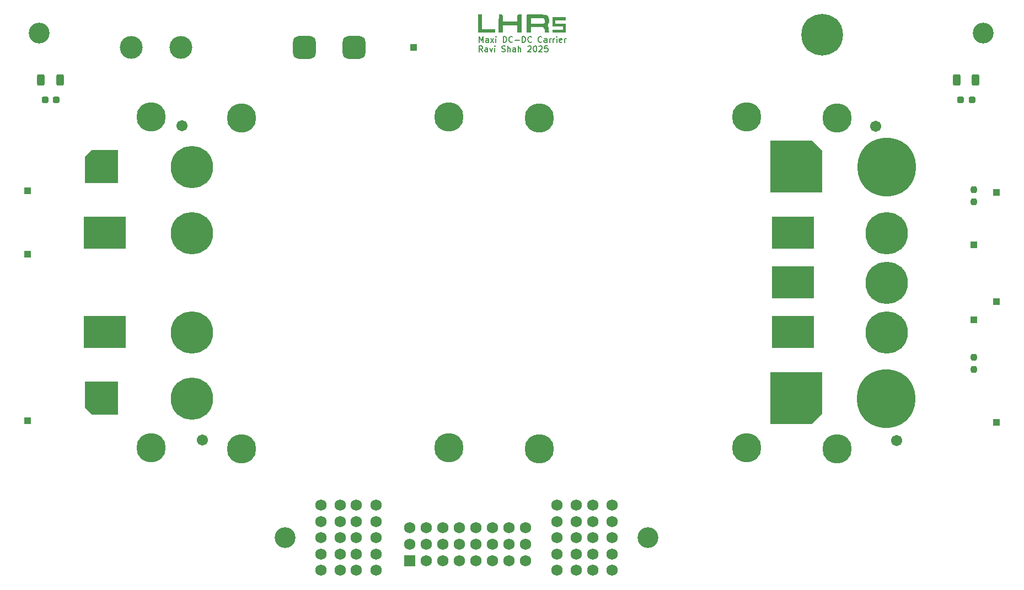
<source format=gbr>
%TF.GenerationSoftware,KiCad,Pcbnew,9.0.1*%
%TF.CreationDate,2025-10-25T17:54:32-05:00*%
%TF.ProjectId,MaxiCarrier,4d617869-4361-4727-9269-65722e6b6963,rev?*%
%TF.SameCoordinates,Original*%
%TF.FileFunction,Soldermask,Top*%
%TF.FilePolarity,Negative*%
%FSLAX46Y46*%
G04 Gerber Fmt 4.6, Leading zero omitted, Abs format (unit mm)*
G04 Created by KiCad (PCBNEW 9.0.1) date 2025-10-25 17:54:32*
%MOMM*%
%LPD*%
G01*
G04 APERTURE LIST*
G04 Aperture macros list*
%AMRoundRect*
0 Rectangle with rounded corners*
0 $1 Rounding radius*
0 $2 $3 $4 $5 $6 $7 $8 $9 X,Y pos of 4 corners*
0 Add a 4 corners polygon primitive as box body*
4,1,4,$2,$3,$4,$5,$6,$7,$8,$9,$2,$3,0*
0 Add four circle primitives for the rounded corners*
1,1,$1+$1,$2,$3*
1,1,$1+$1,$4,$5*
1,1,$1+$1,$6,$7*
1,1,$1+$1,$8,$9*
0 Add four rect primitives between the rounded corners*
20,1,$1+$1,$2,$3,$4,$5,0*
20,1,$1+$1,$4,$5,$6,$7,0*
20,1,$1+$1,$6,$7,$8,$9,0*
20,1,$1+$1,$8,$9,$2,$3,0*%
%AMOutline5P*
0 Free polygon, 5 corners , with rotation*
0 The origin of the aperture is its center*
0 number of corners: always 5*
0 $1 to $10 corner X, Y*
0 $11 Rotation angle, in degrees counterclockwise*
0 create outline with 5 corners*
4,1,5,$1,$2,$3,$4,$5,$6,$7,$8,$9,$10,$1,$2,$11*%
%AMOutline6P*
0 Free polygon, 6 corners , with rotation*
0 The origin of the aperture is its center*
0 number of corners: always 6*
0 $1 to $12 corner X, Y*
0 $13 Rotation angle, in degrees counterclockwise*
0 create outline with 6 corners*
4,1,6,$1,$2,$3,$4,$5,$6,$7,$8,$9,$10,$11,$12,$1,$2,$13*%
%AMOutline7P*
0 Free polygon, 7 corners , with rotation*
0 The origin of the aperture is its center*
0 number of corners: always 7*
0 $1 to $14 corner X, Y*
0 $15 Rotation angle, in degrees counterclockwise*
0 create outline with 7 corners*
4,1,7,$1,$2,$3,$4,$5,$6,$7,$8,$9,$10,$11,$12,$13,$14,$1,$2,$15*%
%AMOutline8P*
0 Free polygon, 8 corners , with rotation*
0 The origin of the aperture is its center*
0 number of corners: always 8*
0 $1 to $16 corner X, Y*
0 $17 Rotation angle, in degrees counterclockwise*
0 create outline with 8 corners*
4,1,8,$1,$2,$3,$4,$5,$6,$7,$8,$9,$10,$11,$12,$13,$14,$15,$16,$1,$2,$17*%
G04 Aperture macros list end*
%ADD10C,0.180000*%
%ADD11C,0.000000*%
%ADD12R,1.000000X1.000000*%
%ADD13C,3.200000*%
%ADD14RoundRect,0.237500X-0.287500X-0.237500X0.287500X-0.237500X0.287500X0.237500X-0.287500X0.237500X0*%
%ADD15RoundRect,0.250000X0.312500X0.625000X-0.312500X0.625000X-0.312500X-0.625000X0.312500X-0.625000X0*%
%ADD16C,3.600000*%
%ADD17C,6.400000*%
%ADD18C,1.710000*%
%ADD19C,6.500000*%
%ADD20Outline5P,-2.500000X1.500000X-1.500000X2.500000X2.500000X2.500000X2.500000X-2.500000X-2.500000X-2.500000X0.000000*%
%ADD21R,6.500000X5.000000*%
%ADD22Outline5P,-2.500000X1.500000X-1.500000X2.500000X2.500000X2.500000X2.500000X-2.500000X-2.500000X-2.500000X90.000000*%
%ADD23C,9.000000*%
%ADD24Outline5P,-4.000000X2.400000X-2.400000X4.000000X4.000000X4.000000X4.000000X-4.000000X-4.000000X-4.000000X180.000000*%
%ADD25Outline5P,-4.000000X2.400000X-2.400000X4.000000X4.000000X4.000000X4.000000X-4.000000X-4.000000X-4.000000X270.000000*%
%ADD26C,4.500000*%
%ADD27RoundRect,0.237500X-0.237500X0.250000X-0.237500X-0.250000X0.237500X-0.250000X0.237500X0.250000X0*%
%ADD28RoundRect,0.250000X-0.312500X-0.625000X0.312500X-0.625000X0.312500X0.625000X-0.312500X0.625000X0*%
%ADD29RoundRect,0.875000X0.875000X0.875000X-0.875000X0.875000X-0.875000X-0.875000X0.875000X-0.875000X0*%
%ADD30C,3.500000*%
%ADD31RoundRect,0.237500X0.237500X-0.250000X0.237500X0.250000X-0.237500X0.250000X-0.237500X-0.250000X0*%
%ADD32RoundRect,0.102000X-0.765000X-0.765000X0.765000X-0.765000X0.765000X0.765000X-0.765000X0.765000X0*%
%ADD33C,1.734000*%
G04 APERTURE END LIST*
D10*
X98832706Y-32431547D02*
X98832706Y-31531547D01*
X98832706Y-31531547D02*
X99132706Y-32174404D01*
X99132706Y-32174404D02*
X99432706Y-31531547D01*
X99432706Y-31531547D02*
X99432706Y-32431547D01*
X100246992Y-32431547D02*
X100246992Y-31960118D01*
X100246992Y-31960118D02*
X100204134Y-31874404D01*
X100204134Y-31874404D02*
X100118420Y-31831547D01*
X100118420Y-31831547D02*
X99946992Y-31831547D01*
X99946992Y-31831547D02*
X99861277Y-31874404D01*
X100246992Y-32388690D02*
X100161277Y-32431547D01*
X100161277Y-32431547D02*
X99946992Y-32431547D01*
X99946992Y-32431547D02*
X99861277Y-32388690D01*
X99861277Y-32388690D02*
X99818420Y-32302975D01*
X99818420Y-32302975D02*
X99818420Y-32217261D01*
X99818420Y-32217261D02*
X99861277Y-32131547D01*
X99861277Y-32131547D02*
X99946992Y-32088690D01*
X99946992Y-32088690D02*
X100161277Y-32088690D01*
X100161277Y-32088690D02*
X100246992Y-32045832D01*
X100589849Y-32431547D02*
X101061278Y-31831547D01*
X100589849Y-31831547D02*
X101061278Y-32431547D01*
X101404134Y-32431547D02*
X101404134Y-31831547D01*
X101404134Y-31531547D02*
X101361277Y-31574404D01*
X101361277Y-31574404D02*
X101404134Y-31617261D01*
X101404134Y-31617261D02*
X101446991Y-31574404D01*
X101446991Y-31574404D02*
X101404134Y-31531547D01*
X101404134Y-31531547D02*
X101404134Y-31617261D01*
X102518419Y-32431547D02*
X102518419Y-31531547D01*
X102518419Y-31531547D02*
X102732705Y-31531547D01*
X102732705Y-31531547D02*
X102861276Y-31574404D01*
X102861276Y-31574404D02*
X102946991Y-31660118D01*
X102946991Y-31660118D02*
X102989848Y-31745832D01*
X102989848Y-31745832D02*
X103032705Y-31917261D01*
X103032705Y-31917261D02*
X103032705Y-32045832D01*
X103032705Y-32045832D02*
X102989848Y-32217261D01*
X102989848Y-32217261D02*
X102946991Y-32302975D01*
X102946991Y-32302975D02*
X102861276Y-32388690D01*
X102861276Y-32388690D02*
X102732705Y-32431547D01*
X102732705Y-32431547D02*
X102518419Y-32431547D01*
X103932705Y-32345832D02*
X103889848Y-32388690D01*
X103889848Y-32388690D02*
X103761276Y-32431547D01*
X103761276Y-32431547D02*
X103675562Y-32431547D01*
X103675562Y-32431547D02*
X103546991Y-32388690D01*
X103546991Y-32388690D02*
X103461276Y-32302975D01*
X103461276Y-32302975D02*
X103418419Y-32217261D01*
X103418419Y-32217261D02*
X103375562Y-32045832D01*
X103375562Y-32045832D02*
X103375562Y-31917261D01*
X103375562Y-31917261D02*
X103418419Y-31745832D01*
X103418419Y-31745832D02*
X103461276Y-31660118D01*
X103461276Y-31660118D02*
X103546991Y-31574404D01*
X103546991Y-31574404D02*
X103675562Y-31531547D01*
X103675562Y-31531547D02*
X103761276Y-31531547D01*
X103761276Y-31531547D02*
X103889848Y-31574404D01*
X103889848Y-31574404D02*
X103932705Y-31617261D01*
X104318419Y-32088690D02*
X105004134Y-32088690D01*
X105432705Y-32431547D02*
X105432705Y-31531547D01*
X105432705Y-31531547D02*
X105646991Y-31531547D01*
X105646991Y-31531547D02*
X105775562Y-31574404D01*
X105775562Y-31574404D02*
X105861277Y-31660118D01*
X105861277Y-31660118D02*
X105904134Y-31745832D01*
X105904134Y-31745832D02*
X105946991Y-31917261D01*
X105946991Y-31917261D02*
X105946991Y-32045832D01*
X105946991Y-32045832D02*
X105904134Y-32217261D01*
X105904134Y-32217261D02*
X105861277Y-32302975D01*
X105861277Y-32302975D02*
X105775562Y-32388690D01*
X105775562Y-32388690D02*
X105646991Y-32431547D01*
X105646991Y-32431547D02*
X105432705Y-32431547D01*
X106846991Y-32345832D02*
X106804134Y-32388690D01*
X106804134Y-32388690D02*
X106675562Y-32431547D01*
X106675562Y-32431547D02*
X106589848Y-32431547D01*
X106589848Y-32431547D02*
X106461277Y-32388690D01*
X106461277Y-32388690D02*
X106375562Y-32302975D01*
X106375562Y-32302975D02*
X106332705Y-32217261D01*
X106332705Y-32217261D02*
X106289848Y-32045832D01*
X106289848Y-32045832D02*
X106289848Y-31917261D01*
X106289848Y-31917261D02*
X106332705Y-31745832D01*
X106332705Y-31745832D02*
X106375562Y-31660118D01*
X106375562Y-31660118D02*
X106461277Y-31574404D01*
X106461277Y-31574404D02*
X106589848Y-31531547D01*
X106589848Y-31531547D02*
X106675562Y-31531547D01*
X106675562Y-31531547D02*
X106804134Y-31574404D01*
X106804134Y-31574404D02*
X106846991Y-31617261D01*
X108432705Y-32345832D02*
X108389848Y-32388690D01*
X108389848Y-32388690D02*
X108261276Y-32431547D01*
X108261276Y-32431547D02*
X108175562Y-32431547D01*
X108175562Y-32431547D02*
X108046991Y-32388690D01*
X108046991Y-32388690D02*
X107961276Y-32302975D01*
X107961276Y-32302975D02*
X107918419Y-32217261D01*
X107918419Y-32217261D02*
X107875562Y-32045832D01*
X107875562Y-32045832D02*
X107875562Y-31917261D01*
X107875562Y-31917261D02*
X107918419Y-31745832D01*
X107918419Y-31745832D02*
X107961276Y-31660118D01*
X107961276Y-31660118D02*
X108046991Y-31574404D01*
X108046991Y-31574404D02*
X108175562Y-31531547D01*
X108175562Y-31531547D02*
X108261276Y-31531547D01*
X108261276Y-31531547D02*
X108389848Y-31574404D01*
X108389848Y-31574404D02*
X108432705Y-31617261D01*
X109204134Y-32431547D02*
X109204134Y-31960118D01*
X109204134Y-31960118D02*
X109161276Y-31874404D01*
X109161276Y-31874404D02*
X109075562Y-31831547D01*
X109075562Y-31831547D02*
X108904134Y-31831547D01*
X108904134Y-31831547D02*
X108818419Y-31874404D01*
X109204134Y-32388690D02*
X109118419Y-32431547D01*
X109118419Y-32431547D02*
X108904134Y-32431547D01*
X108904134Y-32431547D02*
X108818419Y-32388690D01*
X108818419Y-32388690D02*
X108775562Y-32302975D01*
X108775562Y-32302975D02*
X108775562Y-32217261D01*
X108775562Y-32217261D02*
X108818419Y-32131547D01*
X108818419Y-32131547D02*
X108904134Y-32088690D01*
X108904134Y-32088690D02*
X109118419Y-32088690D01*
X109118419Y-32088690D02*
X109204134Y-32045832D01*
X109632705Y-32431547D02*
X109632705Y-31831547D01*
X109632705Y-32002975D02*
X109675562Y-31917261D01*
X109675562Y-31917261D02*
X109718420Y-31874404D01*
X109718420Y-31874404D02*
X109804134Y-31831547D01*
X109804134Y-31831547D02*
X109889848Y-31831547D01*
X110189848Y-32431547D02*
X110189848Y-31831547D01*
X110189848Y-32002975D02*
X110232705Y-31917261D01*
X110232705Y-31917261D02*
X110275563Y-31874404D01*
X110275563Y-31874404D02*
X110361277Y-31831547D01*
X110361277Y-31831547D02*
X110446991Y-31831547D01*
X110746991Y-32431547D02*
X110746991Y-31831547D01*
X110746991Y-31531547D02*
X110704134Y-31574404D01*
X110704134Y-31574404D02*
X110746991Y-31617261D01*
X110746991Y-31617261D02*
X110789848Y-31574404D01*
X110789848Y-31574404D02*
X110746991Y-31531547D01*
X110746991Y-31531547D02*
X110746991Y-31617261D01*
X111518419Y-32388690D02*
X111432705Y-32431547D01*
X111432705Y-32431547D02*
X111261277Y-32431547D01*
X111261277Y-32431547D02*
X111175562Y-32388690D01*
X111175562Y-32388690D02*
X111132705Y-32302975D01*
X111132705Y-32302975D02*
X111132705Y-31960118D01*
X111132705Y-31960118D02*
X111175562Y-31874404D01*
X111175562Y-31874404D02*
X111261277Y-31831547D01*
X111261277Y-31831547D02*
X111432705Y-31831547D01*
X111432705Y-31831547D02*
X111518419Y-31874404D01*
X111518419Y-31874404D02*
X111561277Y-31960118D01*
X111561277Y-31960118D02*
X111561277Y-32045832D01*
X111561277Y-32045832D02*
X111132705Y-32131547D01*
X111946991Y-32431547D02*
X111946991Y-31831547D01*
X111946991Y-32002975D02*
X111989848Y-31917261D01*
X111989848Y-31917261D02*
X112032706Y-31874404D01*
X112032706Y-31874404D02*
X112118420Y-31831547D01*
X112118420Y-31831547D02*
X112204134Y-31831547D01*
X99346992Y-33880497D02*
X99046992Y-33451925D01*
X98832706Y-33880497D02*
X98832706Y-32980497D01*
X98832706Y-32980497D02*
X99175563Y-32980497D01*
X99175563Y-32980497D02*
X99261278Y-33023354D01*
X99261278Y-33023354D02*
X99304135Y-33066211D01*
X99304135Y-33066211D02*
X99346992Y-33151925D01*
X99346992Y-33151925D02*
X99346992Y-33280497D01*
X99346992Y-33280497D02*
X99304135Y-33366211D01*
X99304135Y-33366211D02*
X99261278Y-33409068D01*
X99261278Y-33409068D02*
X99175563Y-33451925D01*
X99175563Y-33451925D02*
X98832706Y-33451925D01*
X100118421Y-33880497D02*
X100118421Y-33409068D01*
X100118421Y-33409068D02*
X100075563Y-33323354D01*
X100075563Y-33323354D02*
X99989849Y-33280497D01*
X99989849Y-33280497D02*
X99818421Y-33280497D01*
X99818421Y-33280497D02*
X99732706Y-33323354D01*
X100118421Y-33837640D02*
X100032706Y-33880497D01*
X100032706Y-33880497D02*
X99818421Y-33880497D01*
X99818421Y-33880497D02*
X99732706Y-33837640D01*
X99732706Y-33837640D02*
X99689849Y-33751925D01*
X99689849Y-33751925D02*
X99689849Y-33666211D01*
X99689849Y-33666211D02*
X99732706Y-33580497D01*
X99732706Y-33580497D02*
X99818421Y-33537640D01*
X99818421Y-33537640D02*
X100032706Y-33537640D01*
X100032706Y-33537640D02*
X100118421Y-33494782D01*
X100461278Y-33280497D02*
X100675564Y-33880497D01*
X100675564Y-33880497D02*
X100889849Y-33280497D01*
X101232706Y-33880497D02*
X101232706Y-33280497D01*
X101232706Y-32980497D02*
X101189849Y-33023354D01*
X101189849Y-33023354D02*
X101232706Y-33066211D01*
X101232706Y-33066211D02*
X101275563Y-33023354D01*
X101275563Y-33023354D02*
X101232706Y-32980497D01*
X101232706Y-32980497D02*
X101232706Y-33066211D01*
X102304134Y-33837640D02*
X102432706Y-33880497D01*
X102432706Y-33880497D02*
X102646991Y-33880497D01*
X102646991Y-33880497D02*
X102732706Y-33837640D01*
X102732706Y-33837640D02*
X102775563Y-33794782D01*
X102775563Y-33794782D02*
X102818420Y-33709068D01*
X102818420Y-33709068D02*
X102818420Y-33623354D01*
X102818420Y-33623354D02*
X102775563Y-33537640D01*
X102775563Y-33537640D02*
X102732706Y-33494782D01*
X102732706Y-33494782D02*
X102646991Y-33451925D01*
X102646991Y-33451925D02*
X102475563Y-33409068D01*
X102475563Y-33409068D02*
X102389848Y-33366211D01*
X102389848Y-33366211D02*
X102346991Y-33323354D01*
X102346991Y-33323354D02*
X102304134Y-33237640D01*
X102304134Y-33237640D02*
X102304134Y-33151925D01*
X102304134Y-33151925D02*
X102346991Y-33066211D01*
X102346991Y-33066211D02*
X102389848Y-33023354D01*
X102389848Y-33023354D02*
X102475563Y-32980497D01*
X102475563Y-32980497D02*
X102689848Y-32980497D01*
X102689848Y-32980497D02*
X102818420Y-33023354D01*
X103204134Y-33880497D02*
X103204134Y-32980497D01*
X103589849Y-33880497D02*
X103589849Y-33409068D01*
X103589849Y-33409068D02*
X103546991Y-33323354D01*
X103546991Y-33323354D02*
X103461277Y-33280497D01*
X103461277Y-33280497D02*
X103332706Y-33280497D01*
X103332706Y-33280497D02*
X103246991Y-33323354D01*
X103246991Y-33323354D02*
X103204134Y-33366211D01*
X104404135Y-33880497D02*
X104404135Y-33409068D01*
X104404135Y-33409068D02*
X104361277Y-33323354D01*
X104361277Y-33323354D02*
X104275563Y-33280497D01*
X104275563Y-33280497D02*
X104104135Y-33280497D01*
X104104135Y-33280497D02*
X104018420Y-33323354D01*
X104404135Y-33837640D02*
X104318420Y-33880497D01*
X104318420Y-33880497D02*
X104104135Y-33880497D01*
X104104135Y-33880497D02*
X104018420Y-33837640D01*
X104018420Y-33837640D02*
X103975563Y-33751925D01*
X103975563Y-33751925D02*
X103975563Y-33666211D01*
X103975563Y-33666211D02*
X104018420Y-33580497D01*
X104018420Y-33580497D02*
X104104135Y-33537640D01*
X104104135Y-33537640D02*
X104318420Y-33537640D01*
X104318420Y-33537640D02*
X104404135Y-33494782D01*
X104832706Y-33880497D02*
X104832706Y-32980497D01*
X105218421Y-33880497D02*
X105218421Y-33409068D01*
X105218421Y-33409068D02*
X105175563Y-33323354D01*
X105175563Y-33323354D02*
X105089849Y-33280497D01*
X105089849Y-33280497D02*
X104961278Y-33280497D01*
X104961278Y-33280497D02*
X104875563Y-33323354D01*
X104875563Y-33323354D02*
X104832706Y-33366211D01*
X106289849Y-33066211D02*
X106332706Y-33023354D01*
X106332706Y-33023354D02*
X106418421Y-32980497D01*
X106418421Y-32980497D02*
X106632706Y-32980497D01*
X106632706Y-32980497D02*
X106718421Y-33023354D01*
X106718421Y-33023354D02*
X106761278Y-33066211D01*
X106761278Y-33066211D02*
X106804135Y-33151925D01*
X106804135Y-33151925D02*
X106804135Y-33237640D01*
X106804135Y-33237640D02*
X106761278Y-33366211D01*
X106761278Y-33366211D02*
X106246992Y-33880497D01*
X106246992Y-33880497D02*
X106804135Y-33880497D01*
X107361278Y-32980497D02*
X107446992Y-32980497D01*
X107446992Y-32980497D02*
X107532706Y-33023354D01*
X107532706Y-33023354D02*
X107575564Y-33066211D01*
X107575564Y-33066211D02*
X107618421Y-33151925D01*
X107618421Y-33151925D02*
X107661278Y-33323354D01*
X107661278Y-33323354D02*
X107661278Y-33537640D01*
X107661278Y-33537640D02*
X107618421Y-33709068D01*
X107618421Y-33709068D02*
X107575564Y-33794782D01*
X107575564Y-33794782D02*
X107532706Y-33837640D01*
X107532706Y-33837640D02*
X107446992Y-33880497D01*
X107446992Y-33880497D02*
X107361278Y-33880497D01*
X107361278Y-33880497D02*
X107275564Y-33837640D01*
X107275564Y-33837640D02*
X107232706Y-33794782D01*
X107232706Y-33794782D02*
X107189849Y-33709068D01*
X107189849Y-33709068D02*
X107146992Y-33537640D01*
X107146992Y-33537640D02*
X107146992Y-33323354D01*
X107146992Y-33323354D02*
X107189849Y-33151925D01*
X107189849Y-33151925D02*
X107232706Y-33066211D01*
X107232706Y-33066211D02*
X107275564Y-33023354D01*
X107275564Y-33023354D02*
X107361278Y-32980497D01*
X108004135Y-33066211D02*
X108046992Y-33023354D01*
X108046992Y-33023354D02*
X108132707Y-32980497D01*
X108132707Y-32980497D02*
X108346992Y-32980497D01*
X108346992Y-32980497D02*
X108432707Y-33023354D01*
X108432707Y-33023354D02*
X108475564Y-33066211D01*
X108475564Y-33066211D02*
X108518421Y-33151925D01*
X108518421Y-33151925D02*
X108518421Y-33237640D01*
X108518421Y-33237640D02*
X108475564Y-33366211D01*
X108475564Y-33366211D02*
X107961278Y-33880497D01*
X107961278Y-33880497D02*
X108518421Y-33880497D01*
X109332707Y-32980497D02*
X108904135Y-32980497D01*
X108904135Y-32980497D02*
X108861278Y-33409068D01*
X108861278Y-33409068D02*
X108904135Y-33366211D01*
X108904135Y-33366211D02*
X108989850Y-33323354D01*
X108989850Y-33323354D02*
X109204135Y-33323354D01*
X109204135Y-33323354D02*
X109289850Y-33366211D01*
X109289850Y-33366211D02*
X109332707Y-33409068D01*
X109332707Y-33409068D02*
X109375564Y-33494782D01*
X109375564Y-33494782D02*
X109375564Y-33709068D01*
X109375564Y-33709068D02*
X109332707Y-33794782D01*
X109332707Y-33794782D02*
X109289850Y-33837640D01*
X109289850Y-33837640D02*
X109204135Y-33880497D01*
X109204135Y-33880497D02*
X108989850Y-33880497D01*
X108989850Y-33880497D02*
X108904135Y-33837640D01*
X108904135Y-33837640D02*
X108861278Y-33794782D01*
D11*
%TO.C,LOGO2*%
G36*
X99250794Y-29296905D02*
G01*
X99275993Y-30430833D01*
X100296528Y-30444476D01*
X101317064Y-30458119D01*
X101317064Y-30709059D01*
X101317064Y-30960000D01*
X99980751Y-30960000D01*
X98644438Y-30960000D01*
X98657834Y-29561488D01*
X98671231Y-28162976D01*
X98948413Y-28162976D01*
X99225596Y-28162976D01*
X99250794Y-29296905D01*
G37*
G36*
X112115873Y-28810198D02*
G01*
X112115873Y-29036984D01*
X111334722Y-29036984D01*
X110553571Y-29036984D01*
X110553571Y-29288968D01*
X110553571Y-29540952D01*
X111334722Y-29540952D01*
X112115873Y-29540952D01*
X112115873Y-30246508D01*
X112115873Y-30952063D01*
X111107936Y-30952063D01*
X110100000Y-30952063D01*
X110100000Y-30725278D01*
X110100000Y-30498492D01*
X110881151Y-30498492D01*
X111662301Y-30498492D01*
X111662301Y-30246508D01*
X111662301Y-29994524D01*
X110881151Y-29994524D01*
X110100000Y-29994524D01*
X110100000Y-29288968D01*
X110100000Y-28583413D01*
X111107936Y-28583413D01*
X112115873Y-28583413D01*
X112115873Y-28810198D01*
G37*
G36*
X105126828Y-28146870D02*
G01*
X105323612Y-28162976D01*
X105337008Y-29561488D01*
X105350404Y-30960000D01*
X105023678Y-30960000D01*
X104696952Y-30960000D01*
X104682703Y-30393036D01*
X104668453Y-29826071D01*
X103573982Y-29812494D01*
X102479510Y-29798916D01*
X102465251Y-30366859D01*
X102450993Y-30934801D01*
X102135211Y-30949826D01*
X101819429Y-30964851D01*
X101832830Y-29563914D01*
X101846231Y-28162976D01*
X102102691Y-28148025D01*
X102301790Y-28152861D01*
X102410363Y-28195420D01*
X102415728Y-28201244D01*
X102441275Y-28278573D01*
X102464051Y-28431243D01*
X102480876Y-28633801D01*
X102486847Y-28770561D01*
X102501389Y-29271706D01*
X103584921Y-29271706D01*
X104668453Y-29271706D01*
X104682752Y-28730474D01*
X104692061Y-28472555D01*
X104711771Y-28299779D01*
X104753781Y-28196509D01*
X104829990Y-28147105D01*
X104952298Y-28135930D01*
X105126828Y-28146870D01*
G37*
G36*
X107356389Y-28142880D02*
G01*
X107679517Y-28146724D01*
X108147725Y-28155193D01*
X108525655Y-28167869D01*
X108823823Y-28188856D01*
X109052744Y-28222257D01*
X109222934Y-28272178D01*
X109344908Y-28342721D01*
X109429182Y-28437992D01*
X109486272Y-28562094D01*
X109526693Y-28719132D01*
X109555352Y-28878856D01*
X109565781Y-29081314D01*
X109542188Y-29303805D01*
X109491695Y-29512348D01*
X109421422Y-29672966D01*
X109377371Y-29728160D01*
X109313130Y-29794076D01*
X109313297Y-29846382D01*
X109380288Y-29926572D01*
X109389499Y-29936385D01*
X109445563Y-30011351D01*
X109482230Y-30108775D01*
X109505316Y-30253634D01*
X109520634Y-30470905D01*
X109522438Y-30507429D01*
X109544076Y-30960000D01*
X109210332Y-30960000D01*
X108876588Y-30960000D01*
X108876588Y-30664415D01*
X108864342Y-30457713D01*
X108821898Y-30314351D01*
X108772136Y-30236042D01*
X108667685Y-30103254D01*
X107713803Y-30103254D01*
X106759921Y-30103254D01*
X106759921Y-30531627D01*
X106759921Y-30960000D01*
X106432342Y-30960000D01*
X106104762Y-30960000D01*
X106104762Y-29575047D01*
X106104762Y-29112116D01*
X106104762Y-28692143D01*
X106759921Y-28692143D01*
X106759921Y-29112116D01*
X106764188Y-29309653D01*
X106775542Y-29467374D01*
X106791816Y-29559012D01*
X106797719Y-29570099D01*
X106857819Y-29581199D01*
X107002244Y-29589204D01*
X107214564Y-29593761D01*
X107478345Y-29594519D01*
X107777158Y-29591126D01*
X107778719Y-29591098D01*
X108115482Y-29584007D01*
X108365965Y-29575610D01*
X108544681Y-29564404D01*
X108666141Y-29548885D01*
X108744859Y-29527551D01*
X108795349Y-29498897D01*
X108811853Y-29484093D01*
X108877195Y-29365962D01*
X108901407Y-29174497D01*
X108901786Y-29139462D01*
X108891791Y-28970129D01*
X108853410Y-28863196D01*
X108782810Y-28788484D01*
X108732720Y-28754546D01*
X108668423Y-28729601D01*
X108574814Y-28712287D01*
X108436788Y-28701247D01*
X108239240Y-28695123D01*
X107967064Y-28692554D01*
X107711878Y-28692143D01*
X106759921Y-28692143D01*
X106104762Y-28692143D01*
X106104762Y-28190095D01*
X106230608Y-28158509D01*
X106313764Y-28150726D01*
X106482805Y-28145150D01*
X106722847Y-28141903D01*
X107019004Y-28141106D01*
X107356389Y-28142880D01*
G37*
%TD*%
D12*
%TO.C,TP7*%
X29500000Y-90500000D03*
%TD*%
%TO.C,TP1*%
X29500000Y-65000000D03*
%TD*%
D13*
%TO.C,H3*%
X176250000Y-31000000D03*
%TD*%
D12*
%TO.C,TP5*%
X88750000Y-33250000D03*
%TD*%
%TO.C,TP8*%
X178250000Y-55500000D03*
%TD*%
D14*
%TO.C,D1*%
X32162500Y-41250000D03*
X33912500Y-41250000D03*
%TD*%
D15*
%TO.C,R1*%
X34462500Y-38250000D03*
X31537500Y-38250000D03*
%TD*%
D12*
%TO.C,TP6*%
X29500000Y-55250000D03*
%TD*%
D16*
%TO.C,H1*%
X151500000Y-31250000D03*
D17*
X151500000Y-31250000D03*
%TD*%
D18*
%TO.C,U1*%
X162920000Y-93578192D03*
X56320000Y-93488192D03*
X159740000Y-45318192D03*
X53160000Y-45208192D03*
D19*
X54750000Y-51608192D03*
D20*
X40806392Y-51501587D03*
D19*
X54750000Y-61768192D03*
D21*
X41306392Y-61661587D03*
D19*
X54750000Y-77008192D03*
D21*
X41306392Y-76901587D03*
D19*
X54750000Y-87168192D03*
D22*
X40806392Y-87061587D03*
D23*
X161290000Y-87188192D03*
D24*
X147486392Y-87061587D03*
D19*
X161390000Y-77028192D03*
D21*
X146986392Y-76901587D03*
D19*
X161400000Y-69408192D03*
D21*
X146986392Y-69281587D03*
D19*
X161390000Y-61788192D03*
D21*
X146986392Y-61661587D03*
D23*
X161430000Y-51628192D03*
D25*
X147486392Y-51501587D03*
D26*
X108089955Y-94868187D03*
X62370000Y-94868168D03*
X153809955Y-94868168D03*
X94146347Y-94681827D03*
X48426392Y-94681808D03*
X139866347Y-94681808D03*
X62369958Y-44068192D03*
X153809958Y-44068192D03*
X108090000Y-44068168D03*
X48426350Y-43881832D03*
X139866350Y-43881832D03*
X94146392Y-43881808D03*
%TD*%
D27*
%TO.C,R6*%
X174750000Y-80837500D03*
X174750000Y-82662500D03*
%TD*%
D13*
%TO.C,H2*%
X31250000Y-31000000D03*
%TD*%
D28*
%TO.C,R2*%
X172140000Y-38250000D03*
X175065000Y-38250000D03*
%TD*%
D12*
%TO.C,TP9*%
X178250000Y-90750000D03*
%TD*%
%TO.C,TP4*%
X174750000Y-75000000D03*
%TD*%
D14*
%TO.C,D2*%
X172750000Y-41250000D03*
X174500000Y-41250000D03*
%TD*%
D12*
%TO.C,TP2*%
X178250000Y-72250000D03*
%TD*%
D29*
%TO.C,F1*%
X79605000Y-33250000D03*
X71985000Y-33250000D03*
D30*
X53015000Y-33250000D03*
X45395000Y-33250000D03*
%TD*%
D12*
%TO.C,TP3*%
X174750000Y-63500000D03*
%TD*%
D31*
%TO.C,R5*%
X174750000Y-56912500D03*
X174750000Y-55087500D03*
%TD*%
D13*
%TO.C,J1*%
X68990000Y-108500000D03*
X124750000Y-108500000D03*
D32*
X88160000Y-112000000D03*
D33*
X90700000Y-112000000D03*
X93240000Y-112000000D03*
X95780000Y-112000000D03*
X98320000Y-112000000D03*
X100860000Y-112000000D03*
X103400000Y-112000000D03*
X105940000Y-112000000D03*
X88160000Y-109460000D03*
X90700000Y-109460000D03*
X93240000Y-109460000D03*
X95780000Y-109460000D03*
X98320000Y-109460000D03*
X100860000Y-109460000D03*
X103400000Y-109460000D03*
X105940000Y-109460000D03*
X88160000Y-106920000D03*
X90700000Y-106920000D03*
X93240000Y-106920000D03*
X95780000Y-106920000D03*
X98320000Y-106920000D03*
X100860000Y-106920000D03*
X103400000Y-106920000D03*
X105940000Y-106920000D03*
X74490000Y-103500000D03*
X74490000Y-106000000D03*
X74490000Y-108500000D03*
X74490000Y-111000000D03*
X74490000Y-113500000D03*
X77490000Y-103500000D03*
X77490000Y-106000000D03*
X77490000Y-108500000D03*
X77490000Y-111000000D03*
X77490000Y-113500000D03*
X79990000Y-103500000D03*
X79990000Y-106000000D03*
X79990000Y-108500000D03*
X79990000Y-111000000D03*
X79990000Y-113500000D03*
X82990000Y-103500000D03*
X82990000Y-106000000D03*
X82990000Y-108500000D03*
X82990000Y-111000000D03*
X82990000Y-113500000D03*
X110750000Y-103500000D03*
X110750000Y-106000000D03*
X110750000Y-108500000D03*
X110750000Y-111000000D03*
X110750000Y-113500000D03*
X113750000Y-103500000D03*
X113750000Y-106000000D03*
X113750000Y-108500000D03*
X113750000Y-111000000D03*
X113750000Y-113500000D03*
X116250000Y-103500000D03*
X116250000Y-106000000D03*
X116250000Y-108500000D03*
X116250000Y-111000000D03*
X116250000Y-113500000D03*
X119250000Y-103500000D03*
X119250000Y-106000000D03*
X119250000Y-108500000D03*
X119250000Y-111000000D03*
X119250000Y-113500000D03*
%TD*%
M02*

</source>
